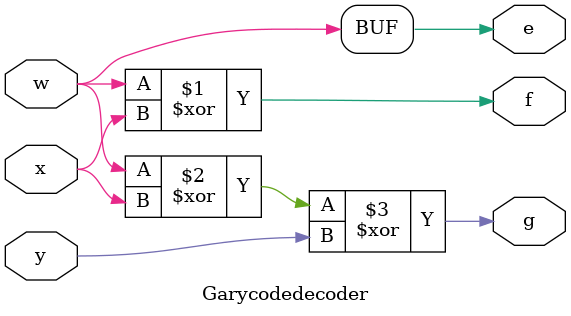
<source format=v>
`timescale 1ns / 1ps
module Garycodedecoder(
    input w,
    input x,
    input y,
    output e,
    output f,
    output g
    );
	 
	 assign e = w;
	 assign f = w ^ x;
	 assign g = w ^ x ^ y;

endmodule

</source>
